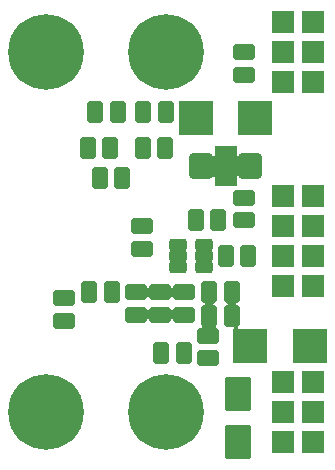
<source format=gbr>
G04 #@! TF.GenerationSoftware,KiCad,Pcbnew,(5.99.0-6591-gee6c8b60ac)*
G04 #@! TF.CreationDate,2021-02-11T11:37:18+01:00*
G04 #@! TF.ProjectId,AIRDOSC01A_PCB01B,41495244-4f53-4433-9031-415f50434230,rev?*
G04 #@! TF.SameCoordinates,Original*
G04 #@! TF.FileFunction,Soldermask,Bot*
G04 #@! TF.FilePolarity,Negative*
%FSLAX46Y46*%
G04 Gerber Fmt 4.6, Leading zero omitted, Abs format (unit mm)*
G04 Created by KiCad (PCBNEW (5.99.0-6591-gee6c8b60ac)) date 2021-02-11 11:37:18*
%MOMM*%
%LPD*%
G01*
G04 APERTURE LIST*
G04 Aperture macros list*
%AMRoundRect*
0 Rectangle with rounded corners*
0 $1 Rounding radius*
0 $2 $3 $4 $5 $6 $7 $8 $9 X,Y pos of 4 corners*
0 Add a 4 corners polygon primitive as box body*
4,1,4,$2,$3,$4,$5,$6,$7,$8,$9,$2,$3,0*
0 Add four circle primitives for the rounded corners*
1,1,$1+$1,$2,$3,0*
1,1,$1+$1,$4,$5,0*
1,1,$1+$1,$6,$7,0*
1,1,$1+$1,$8,$9,0*
0 Add four rect primitives between the rounded corners*
20,1,$1+$1,$2,$3,$4,$5,0*
20,1,$1+$1,$4,$5,$6,$7,0*
20,1,$1+$1,$6,$7,$8,$9,0*
20,1,$1+$1,$8,$9,$2,$3,0*%
%AMOutline4P*
0 Free polygon, 4 corners , with rotation*
0 The origin of the aperture is its center*
0 number of corners: always 4*
0 $1 to $8 corner X, Y*
0 $9 Rotation angle, in degrees counterclockwise*
0 create outline with 4 corners*
4,1,4,$1,$2,$3,$4,$5,$6,$7,$8,$1,$2,$9*%
G04 Aperture macros list end*
%ADD10RoundRect,0.313492X0.674008X0.786508X-0.674008X0.786508X-0.674008X-0.786508X0.674008X-0.786508X0*%
%ADD11RoundRect,0.314025X0.673475X0.785975X-0.673475X0.785975X-0.673475X-0.785975X0.673475X-0.785975X0*%
%ADD12Outline4P,-0.950000X-1.700000X0.950000X-1.700000X0.950000X1.700000X-0.950000X1.700000X180.000000*%
%ADD13RoundRect,0.200000X-0.900000X1.250000X-0.900000X-1.250000X0.900000X-1.250000X0.900000X1.250000X0*%
%ADD14RoundRect,0.200000X-0.444500X-0.698500X0.444500X-0.698500X0.444500X0.698500X-0.444500X0.698500X0*%
%ADD15RoundRect,0.200000X-0.698500X0.444500X-0.698500X-0.444500X0.698500X-0.444500X0.698500X0.444500X0*%
%ADD16RoundRect,0.200000X0.444500X0.698500X-0.444500X0.698500X-0.444500X-0.698500X0.444500X-0.698500X0*%
%ADD17RoundRect,0.200000X0.698500X-0.444500X0.698500X0.444500X-0.698500X0.444500X-0.698500X-0.444500X0*%
%ADD18RoundRect,0.200000X-0.762000X-0.762000X0.762000X-0.762000X0.762000X0.762000X-0.762000X0.762000X0*%
%ADD19RoundRect,0.200000X0.762000X0.762000X-0.762000X0.762000X-0.762000X-0.762000X0.762000X-0.762000X0*%
%ADD20C,6.400000*%
%ADD21RoundRect,0.200000X-1.275080X-1.249680X1.275080X-1.249680X1.275080X1.249680X-1.275080X1.249680X0*%
%ADD22RoundRect,0.200000X1.275080X1.249680X-1.275080X1.249680X-1.275080X-1.249680X1.275080X-1.249680X0*%
%ADD23RoundRect,0.200000X-0.530000X-0.325000X0.530000X-0.325000X0.530000X0.325000X-0.530000X0.325000X0*%
G04 APERTURE END LIST*
D10*
X22534500Y25908000D03*
D11*
X18359500Y25908000D03*
D12*
X20447000Y25908000D03*
D13*
X21463000Y2572000D03*
X21463000Y6572000D03*
D14*
X15367000Y30480000D03*
X13462000Y30480000D03*
X19812000Y21336000D03*
X17907000Y21336000D03*
D15*
X18923000Y9652000D03*
X18923000Y11557000D03*
D16*
X14986000Y10096500D03*
X16891000Y10096500D03*
D14*
X20955000Y13208000D03*
X19050000Y13208000D03*
X20955000Y15240000D03*
X19050000Y15240000D03*
X15303500Y27432000D03*
X13398500Y27432000D03*
D16*
X8763000Y27432000D03*
X10668000Y27432000D03*
X9779000Y24892000D03*
X11684000Y24892000D03*
X8890000Y15240000D03*
X10795000Y15240000D03*
D17*
X21971000Y35560000D03*
X21971000Y33655000D03*
D14*
X11303000Y30480000D03*
X9398000Y30480000D03*
D17*
X6731000Y14732000D03*
X6731000Y12827000D03*
X13335000Y20828000D03*
X13335000Y18923000D03*
X14859000Y15240000D03*
X14859000Y13335000D03*
D15*
X12827000Y13335000D03*
X12827000Y15240000D03*
D17*
X21971000Y23241000D03*
X21971000Y21336000D03*
D16*
X20447000Y18288000D03*
X22352000Y18288000D03*
D17*
X16891000Y15240000D03*
X16891000Y13335000D03*
D18*
X27813000Y20828000D03*
X25273000Y20828000D03*
X27813000Y18288000D03*
X25273000Y18288000D03*
X27813000Y2540000D03*
X25273000Y2540000D03*
X27813000Y15748000D03*
X25273000Y15748000D03*
X27813000Y33020000D03*
X25273000Y33020000D03*
X27813000Y35560000D03*
X25273000Y35560000D03*
X27813000Y38100000D03*
X25273000Y38100000D03*
D19*
X25273000Y5080000D03*
X27813000Y5080000D03*
X25273000Y7620000D03*
X27813000Y7620000D03*
D18*
X27813000Y23368000D03*
X25273000Y23368000D03*
D20*
X5207000Y5080000D03*
X5207000Y35560000D03*
X15367000Y5080000D03*
X15367000Y35560000D03*
D21*
X22494240Y10668000D03*
X27543760Y10668000D03*
D22*
X22956520Y29987240D03*
X17907000Y29987240D03*
D23*
X16383000Y17338000D03*
X16383000Y18288000D03*
X16383000Y19238000D03*
X18583000Y19238000D03*
X18583000Y18288000D03*
X18583000Y17338000D03*
G36*
X21511018Y12346895D02*
G01*
X21510308Y12345232D01*
X21500599Y12337086D01*
X21462071Y12279176D01*
X21460972Y12209924D01*
X21497439Y12151150D01*
X21580156Y12119548D01*
X21581417Y12117996D01*
X21580703Y12116128D01*
X21579442Y12115680D01*
X21219359Y12115680D01*
X21143402Y12100571D01*
X21110749Y12078753D01*
X21108753Y12078622D01*
X21107642Y12080285D01*
X21108352Y12081948D01*
X21118061Y12090094D01*
X21156589Y12148004D01*
X21157688Y12217256D01*
X21121221Y12276030D01*
X21038504Y12307632D01*
X21037243Y12309184D01*
X21037957Y12311052D01*
X21039218Y12311500D01*
X21399301Y12311500D01*
X21475258Y12326609D01*
X21507911Y12348427D01*
X21509907Y12348558D01*
X21511018Y12346895D01*
G37*
G36*
X18438571Y12409853D02*
G01*
X18465521Y12369521D01*
X18529742Y12326609D01*
X18605699Y12311500D01*
X19494301Y12311500D01*
X19570258Y12326609D01*
X19634479Y12369521D01*
X19650205Y12393056D01*
X19651999Y12393941D01*
X19653662Y12392830D01*
X19653600Y12390945D01*
X19637115Y12362392D01*
X19620717Y12294794D01*
X19643394Y12229272D01*
X19682179Y12194016D01*
X19689193Y12189966D01*
X19690193Y12188234D01*
X19689193Y12186502D01*
X19687803Y12186272D01*
X19621301Y12199500D01*
X18341246Y12199500D01*
X18339514Y12200500D01*
X18339514Y12202500D01*
X18340683Y12203419D01*
X18407698Y12223096D01*
X18453053Y12275439D01*
X18462911Y12344001D01*
X18436211Y12403713D01*
X18436105Y12404011D01*
X18434976Y12408224D01*
X18435494Y12410156D01*
X18437426Y12410674D01*
X18438571Y12409853D01*
G37*
G36*
X15994875Y13784743D02*
G01*
X15995260Y13783123D01*
X15994500Y13779301D01*
X15994500Y12896948D01*
X15993500Y12895216D01*
X15990792Y12895907D01*
X15959227Y12947693D01*
X15896930Y12977954D01*
X15828161Y12969733D01*
X15774694Y12925586D01*
X15758556Y12885735D01*
X15756979Y12884505D01*
X15755125Y12885256D01*
X15754740Y12886876D01*
X15755500Y12890699D01*
X15755500Y13773053D01*
X15756500Y13774785D01*
X15759208Y13774094D01*
X15790775Y13722306D01*
X15853072Y13692046D01*
X15921840Y13700268D01*
X15975307Y13744415D01*
X15991444Y13784264D01*
X15993021Y13785494D01*
X15994875Y13784743D01*
G37*
G36*
X13962875Y13784743D02*
G01*
X13963260Y13783123D01*
X13962500Y13779301D01*
X13962500Y12896948D01*
X13961500Y12895216D01*
X13958792Y12895907D01*
X13927227Y12947693D01*
X13864930Y12977954D01*
X13796161Y12969733D01*
X13742694Y12925586D01*
X13726556Y12885735D01*
X13724979Y12884505D01*
X13723125Y12885256D01*
X13722740Y12886876D01*
X13723500Y12890699D01*
X13723500Y13773053D01*
X13724500Y13774785D01*
X13727208Y13774094D01*
X13758775Y13722306D01*
X13821072Y13692046D01*
X13889840Y13700268D01*
X13943307Y13744415D01*
X13959444Y13784264D01*
X13961021Y13785494D01*
X13962875Y13784743D01*
G37*
G36*
X20510699Y14343500D02*
G01*
X21393053Y14343500D01*
X21394785Y14342500D01*
X21394094Y14339792D01*
X21342306Y14308225D01*
X21312046Y14245928D01*
X21320268Y14177160D01*
X21364415Y14123693D01*
X21404264Y14107556D01*
X21405494Y14105979D01*
X21404743Y14104125D01*
X21403123Y14103740D01*
X21399301Y14104500D01*
X20516948Y14104500D01*
X20515216Y14105500D01*
X20515907Y14108208D01*
X20567693Y14139773D01*
X20597954Y14202070D01*
X20589733Y14270839D01*
X20545586Y14324306D01*
X20505735Y14340444D01*
X20504505Y14342021D01*
X20505256Y14343875D01*
X20506876Y14344260D01*
X20510699Y14343500D01*
G37*
G36*
X18605699Y14343500D02*
G01*
X19488053Y14343500D01*
X19489785Y14342500D01*
X19489094Y14339792D01*
X19437306Y14308225D01*
X19407046Y14245928D01*
X19415268Y14177160D01*
X19459415Y14123693D01*
X19499264Y14107556D01*
X19500494Y14105979D01*
X19499743Y14104125D01*
X19498123Y14103740D01*
X19494301Y14104500D01*
X18611948Y14104500D01*
X18610216Y14105500D01*
X18610907Y14108208D01*
X18662693Y14139773D01*
X18692954Y14202070D01*
X18684733Y14270839D01*
X18640586Y14324306D01*
X18600735Y14340444D01*
X18599505Y14342021D01*
X18600256Y14343875D01*
X18601876Y14344260D01*
X18605699Y14343500D01*
G37*
G36*
X15994875Y15689743D02*
G01*
X15995260Y15688123D01*
X15994500Y15684301D01*
X15994500Y14801948D01*
X15993500Y14800216D01*
X15990792Y14800907D01*
X15959227Y14852693D01*
X15896930Y14882954D01*
X15828161Y14874733D01*
X15774694Y14830586D01*
X15758556Y14790735D01*
X15756979Y14789505D01*
X15755125Y14790256D01*
X15754740Y14791876D01*
X15755500Y14795699D01*
X15755500Y15678053D01*
X15756500Y15679785D01*
X15759208Y15679094D01*
X15790775Y15627306D01*
X15853072Y15597046D01*
X15921840Y15605268D01*
X15975307Y15649415D01*
X15991444Y15689264D01*
X15993021Y15690494D01*
X15994875Y15689743D01*
G37*
G36*
X13962875Y15689743D02*
G01*
X13963260Y15688123D01*
X13962500Y15684301D01*
X13962500Y14801948D01*
X13961500Y14800216D01*
X13958792Y14800907D01*
X13927227Y14852693D01*
X13864930Y14882954D01*
X13796161Y14874733D01*
X13742694Y14830586D01*
X13726556Y14790735D01*
X13724979Y14789505D01*
X13723125Y14790256D01*
X13722740Y14791876D01*
X13723500Y14795699D01*
X13723500Y15678053D01*
X13724500Y15679785D01*
X13727208Y15679094D01*
X13758775Y15627306D01*
X13821072Y15597046D01*
X13889840Y15605268D01*
X13943307Y15649415D01*
X13959444Y15689264D01*
X13961021Y15690494D01*
X13962875Y15689743D01*
G37*
G36*
X21398919Y26875987D02*
G01*
X21418596Y26808972D01*
X21470939Y26763617D01*
X21539382Y26753776D01*
X21619820Y26800858D01*
X21625294Y26807993D01*
X21627142Y26808759D01*
X21628729Y26807541D01*
X21628610Y26805771D01*
X21580482Y26722911D01*
X21550379Y26593039D01*
X21549001Y26557972D01*
X21549000Y25258152D01*
X21568826Y25126278D01*
X21620003Y25019704D01*
X21619851Y25017710D01*
X21618048Y25016844D01*
X21617021Y25017223D01*
X21563581Y25056244D01*
X21494446Y25060363D01*
X21434155Y25026504D01*
X21398852Y24939822D01*
X21397273Y24938595D01*
X21395421Y24939349D01*
X21395000Y24940576D01*
X21395000Y26875424D01*
X21396000Y26877156D01*
X21398000Y26877156D01*
X21398919Y26875987D01*
G37*
G36*
X19498579Y26876365D02*
G01*
X19499000Y26875138D01*
X19499000Y24940863D01*
X19498000Y24939131D01*
X19496000Y24939131D01*
X19495081Y24940300D01*
X19475404Y25007315D01*
X19423061Y25052670D01*
X19354618Y25062511D01*
X19274183Y25015431D01*
X19268626Y25008189D01*
X19266778Y25007424D01*
X19265191Y25008642D01*
X19265310Y25010412D01*
X19313489Y25093357D01*
X19343619Y25223353D01*
X19344999Y25258453D01*
X19345000Y26557423D01*
X19325155Y26689422D01*
X19273958Y26796039D01*
X19274110Y26798033D01*
X19275913Y26798899D01*
X19276940Y26798520D01*
X19330420Y26759470D01*
X19399555Y26755351D01*
X19459846Y26789210D01*
X19495148Y26875892D01*
X19496727Y26877119D01*
X19498579Y26876365D01*
G37*
M02*

</source>
